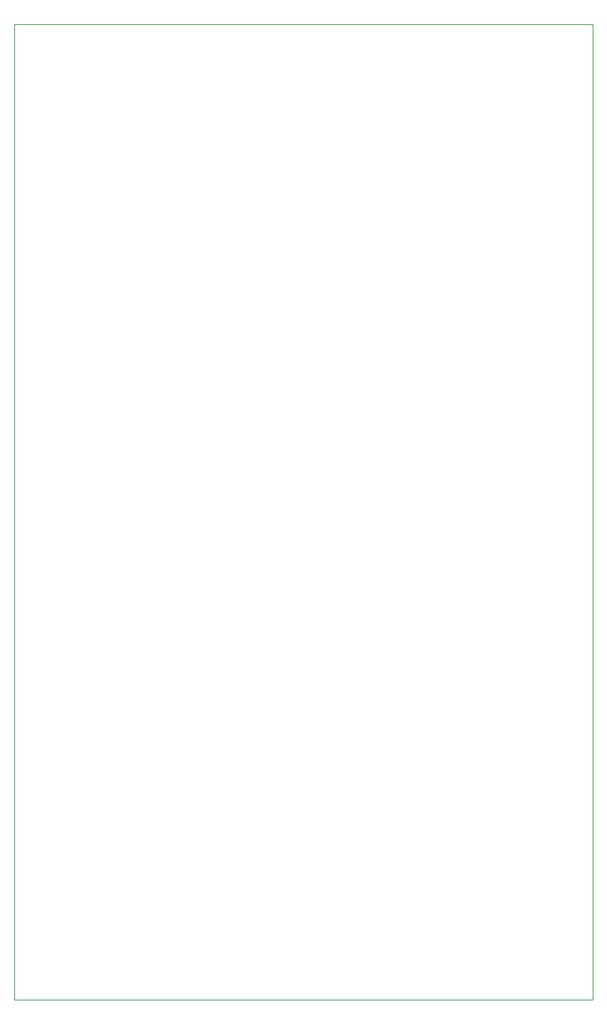
<source format=gbr>
%TF.GenerationSoftware,Altium Limited,Altium Designer,23.4.1 (23)*%
G04 Layer_Color=0*
%FSLAX26Y26*%
%MOIN*%
%TF.SameCoordinates,99C6BA0F-0D9B-4297-A223-D59900673BD4*%
%TF.FilePolarity,Positive*%
%TF.FileFunction,Profile,NP*%
%TF.Part,Single*%
G01*
G75*
%TA.AperFunction,Profile*%
%ADD69C,0.001000*%
D69*
X3600000Y3570000D02*
Y8115000D01*
X6295000D01*
Y3570000D01*
X3600000D01*
%TF.MD5,7044a581320f62a0d8480b8bb3926e2e*%
M02*

</source>
